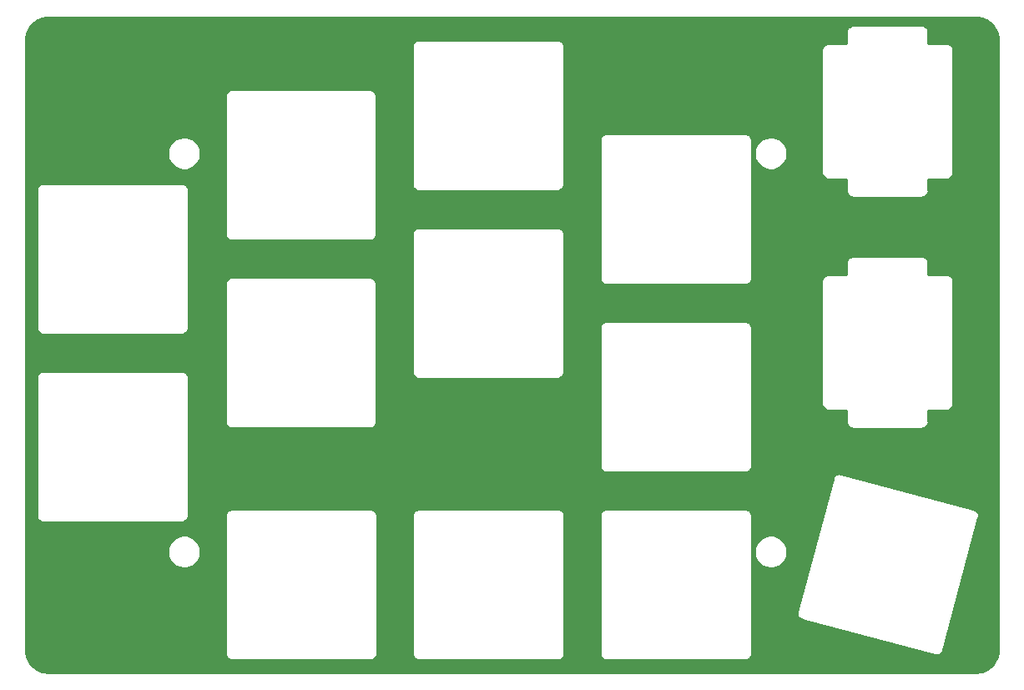
<source format=gbl>
G04 #@! TF.GenerationSoftware,KiCad,Pcbnew,(5.1.4-0-10_14)*
G04 #@! TF.CreationDate,2019-11-24T20:30:42+09:00*
G04 #@! TF.ProjectId,palette1202-COM_front,70616c65-7474-4653-9132-30322d434f4d,rev?*
G04 #@! TF.SameCoordinates,Original*
G04 #@! TF.FileFunction,Copper,L2,Bot*
G04 #@! TF.FilePolarity,Positive*
%FSLAX46Y46*%
G04 Gerber Fmt 4.6, Leading zero omitted, Abs format (unit mm)*
G04 Created by KiCad (PCBNEW (5.1.4-0-10_14)) date 2019-11-24 20:30:42*
%MOMM*%
%LPD*%
G04 APERTURE LIST*
%ADD10C,0.254000*%
G04 APERTURE END LIST*
D10*
G36*
X183457128Y-57225268D02*
G01*
X183576153Y-57234320D01*
X183693185Y-57249192D01*
X183808223Y-57269736D01*
X183921142Y-57295800D01*
X184031854Y-57327240D01*
X184140272Y-57363927D01*
X184246253Y-57405716D01*
X184349665Y-57452470D01*
X184450401Y-57504068D01*
X184548286Y-57560353D01*
X184643181Y-57621191D01*
X184734941Y-57686447D01*
X184823371Y-57755942D01*
X184908358Y-57829563D01*
X184989704Y-57907123D01*
X185067270Y-57988484D01*
X185140864Y-58073446D01*
X185210385Y-58161917D01*
X185275631Y-58253674D01*
X185336469Y-58348577D01*
X185392745Y-58446455D01*
X185444346Y-58547210D01*
X185491098Y-58650626D01*
X185532888Y-58756619D01*
X185569577Y-58865056D01*
X185601013Y-58975763D01*
X185627079Y-59088707D01*
X185647621Y-59203742D01*
X185662495Y-59320802D01*
X185671546Y-59439828D01*
X185673994Y-59536655D01*
X185671621Y-59560752D01*
X185674814Y-59593171D01*
X185674815Y-121288489D01*
X185671621Y-121320919D01*
X185673994Y-121345016D01*
X185671546Y-121441842D01*
X185662495Y-121560867D01*
X185647621Y-121677932D01*
X185627079Y-121792964D01*
X185601013Y-121905908D01*
X185569574Y-122016626D01*
X185532893Y-122125038D01*
X185491100Y-122231038D01*
X185444344Y-122334466D01*
X185392748Y-122435211D01*
X185336469Y-122533094D01*
X185275631Y-122627996D01*
X185210385Y-122719753D01*
X185140864Y-122808224D01*
X185067270Y-122893186D01*
X184989704Y-122974547D01*
X184908362Y-123052102D01*
X184823379Y-123125721D01*
X184734941Y-123195222D01*
X184643181Y-123260478D01*
X184548286Y-123321316D01*
X184450401Y-123377601D01*
X184349665Y-123429199D01*
X184246253Y-123475953D01*
X184140274Y-123517741D01*
X184031850Y-123554429D01*
X183921142Y-123585868D01*
X183808223Y-123611932D01*
X183693185Y-123632476D01*
X183576153Y-123647348D01*
X183457128Y-123656400D01*
X183327897Y-123659668D01*
X89343760Y-123659668D01*
X89214528Y-123656400D01*
X89095505Y-123647348D01*
X88978457Y-123632474D01*
X88863452Y-123611935D01*
X88750509Y-123585867D01*
X88639795Y-123554426D01*
X88531393Y-123517745D01*
X88425406Y-123475954D01*
X88321993Y-123429199D01*
X88221255Y-123377602D01*
X88123358Y-123321309D01*
X88028478Y-123260479D01*
X87936725Y-123195230D01*
X87848269Y-123125714D01*
X87763298Y-123052106D01*
X87681941Y-122974536D01*
X87604388Y-122893189D01*
X87530790Y-122808221D01*
X87461279Y-122719764D01*
X87396033Y-122628008D01*
X87335189Y-122533096D01*
X87278907Y-122435207D01*
X87227313Y-122334468D01*
X87180556Y-122231038D01*
X87138764Y-122125040D01*
X87102081Y-122016621D01*
X87070645Y-121905914D01*
X87044579Y-121792973D01*
X87024034Y-121677919D01*
X87009161Y-121560870D01*
X87000111Y-121441854D01*
X86997663Y-121345016D01*
X87000036Y-121320919D01*
X86996843Y-121288500D01*
X86996843Y-111263842D01*
X101388200Y-111263842D01*
X101388200Y-111595758D01*
X101452954Y-111921296D01*
X101579972Y-112227947D01*
X101764375Y-112503925D01*
X101999075Y-112738625D01*
X102275053Y-112923028D01*
X102581704Y-113050046D01*
X102907242Y-113114800D01*
X103239158Y-113114800D01*
X103564696Y-113050046D01*
X103871347Y-112923028D01*
X104147325Y-112738625D01*
X104382025Y-112503925D01*
X104566428Y-112227947D01*
X104693446Y-111921296D01*
X104758200Y-111595758D01*
X104758200Y-111263842D01*
X104693446Y-110938304D01*
X104566428Y-110631653D01*
X104382025Y-110355675D01*
X104147325Y-110120975D01*
X103871347Y-109936572D01*
X103564696Y-109809554D01*
X103239158Y-109744800D01*
X102907242Y-109744800D01*
X102581704Y-109809554D01*
X102275053Y-109936572D01*
X101999075Y-110120975D01*
X101764375Y-110355675D01*
X101579972Y-110631653D01*
X101452954Y-110938304D01*
X101388200Y-111263842D01*
X86996843Y-111263842D01*
X86996843Y-93753570D01*
X88086660Y-93753570D01*
X88089854Y-93785999D01*
X88089853Y-107723555D01*
X88086660Y-107755974D01*
X88099403Y-107885357D01*
X88137143Y-108009767D01*
X88198428Y-108124424D01*
X88227355Y-108159671D01*
X88280905Y-108224922D01*
X88381403Y-108307399D01*
X88496060Y-108368684D01*
X88620470Y-108406424D01*
X88749853Y-108419167D01*
X88782272Y-108415974D01*
X102817913Y-108415974D01*
X102850332Y-108419167D01*
X102882751Y-108415974D01*
X102883107Y-108415939D01*
X102979715Y-108406424D01*
X103104125Y-108368684D01*
X103218782Y-108307399D01*
X103319280Y-108224922D01*
X103401757Y-108124424D01*
X103463042Y-108009767D01*
X103500782Y-107885357D01*
X103510332Y-107788393D01*
X103510332Y-107788392D01*
X103513524Y-107755977D01*
X107263570Y-107755977D01*
X107266764Y-107788406D01*
X107266763Y-121725962D01*
X107263570Y-121758381D01*
X107276313Y-121887764D01*
X107314053Y-122012174D01*
X107375338Y-122126831D01*
X107428283Y-122191344D01*
X107457815Y-122227329D01*
X107558313Y-122309806D01*
X107672970Y-122371091D01*
X107797380Y-122408831D01*
X107926763Y-122421574D01*
X107959182Y-122418381D01*
X121941890Y-122418381D01*
X121974309Y-122421574D01*
X122006728Y-122418381D01*
X122016557Y-122417413D01*
X122103692Y-122408831D01*
X122228102Y-122371091D01*
X122342759Y-122309806D01*
X122443257Y-122227329D01*
X122525734Y-122126831D01*
X122587019Y-122012174D01*
X122624759Y-121887764D01*
X122627603Y-121858887D01*
X122637502Y-121758381D01*
X122634309Y-121725962D01*
X122634309Y-107788392D01*
X122637502Y-107755977D01*
X126235891Y-107755977D01*
X126239085Y-107788406D01*
X126239084Y-121725962D01*
X126235891Y-121758381D01*
X126248634Y-121887764D01*
X126286374Y-122012174D01*
X126347659Y-122126831D01*
X126400604Y-122191344D01*
X126430136Y-122227329D01*
X126530634Y-122309806D01*
X126645291Y-122371091D01*
X126769701Y-122408831D01*
X126899084Y-122421574D01*
X126931503Y-122418381D01*
X140967159Y-122418381D01*
X140999578Y-122421574D01*
X141031997Y-122418381D01*
X141041826Y-122417413D01*
X141128961Y-122408831D01*
X141253371Y-122371091D01*
X141368028Y-122309806D01*
X141468526Y-122227329D01*
X141551003Y-122126831D01*
X141612288Y-122012174D01*
X141650028Y-121887764D01*
X141652872Y-121858887D01*
X141662771Y-121758381D01*
X141659578Y-121725962D01*
X141659578Y-107788392D01*
X141662771Y-107755977D01*
X145236409Y-107755977D01*
X145239603Y-107788406D01*
X145239602Y-121725962D01*
X145236409Y-121758381D01*
X145249152Y-121887764D01*
X145286892Y-122012174D01*
X145348177Y-122126831D01*
X145401122Y-122191344D01*
X145430654Y-122227329D01*
X145531152Y-122309806D01*
X145645809Y-122371091D01*
X145770219Y-122408831D01*
X145899602Y-122421574D01*
X145932021Y-122418381D01*
X159967678Y-122418381D01*
X160000097Y-122421574D01*
X160032516Y-122418381D01*
X160042345Y-122417413D01*
X160129480Y-122408831D01*
X160253890Y-122371091D01*
X160368547Y-122309806D01*
X160469045Y-122227329D01*
X160551522Y-122126831D01*
X160612807Y-122012174D01*
X160650547Y-121887764D01*
X160653391Y-121858887D01*
X160663290Y-121758381D01*
X160660097Y-121725962D01*
X160660097Y-117657123D01*
X165218404Y-117657123D01*
X165222658Y-117700316D01*
X165224077Y-117743677D01*
X165224080Y-117743689D01*
X165224080Y-117743695D01*
X165229015Y-117764859D01*
X165231147Y-117786506D01*
X165243746Y-117828039D01*
X165253597Y-117870290D01*
X165253601Y-117870299D01*
X165253603Y-117870307D01*
X165262574Y-117890107D01*
X165268887Y-117910916D01*
X165289346Y-117949192D01*
X165307251Y-117988711D01*
X165307257Y-117988719D01*
X165307260Y-117988726D01*
X165319920Y-118006393D01*
X165330172Y-118025573D01*
X165357709Y-118059127D01*
X165382977Y-118094389D01*
X165382980Y-118094392D01*
X165382988Y-118094403D01*
X165398857Y-118109265D01*
X165412649Y-118126071D01*
X165446202Y-118153607D01*
X165477864Y-118183263D01*
X165477871Y-118183267D01*
X165477878Y-118183274D01*
X165496337Y-118194752D01*
X165513147Y-118208548D01*
X165551424Y-118229008D01*
X165588266Y-118251918D01*
X165588274Y-118251921D01*
X165588282Y-118251926D01*
X165608628Y-118259584D01*
X165627804Y-118269833D01*
X165669337Y-118282432D01*
X165679454Y-118286240D01*
X165679461Y-118286242D01*
X165709959Y-118297720D01*
X165731404Y-118301260D01*
X165752214Y-118307573D01*
X165763047Y-118308640D01*
X179204056Y-121910349D01*
X179234555Y-121921828D01*
X179256002Y-121925369D01*
X179276811Y-121931681D01*
X179320006Y-121935935D01*
X179362810Y-121943003D01*
X179362819Y-121943003D01*
X179362827Y-121943004D01*
X179412972Y-121941362D01*
X179416961Y-121941231D01*
X179438613Y-121941231D01*
X179449386Y-121940170D01*
X179492749Y-121938751D01*
X179492761Y-121938748D01*
X179492765Y-121938748D01*
X179513929Y-121933813D01*
X179535577Y-121931681D01*
X179577109Y-121919082D01*
X179619361Y-121909231D01*
X179619368Y-121909228D01*
X179619376Y-121909226D01*
X179639179Y-121900253D01*
X179659987Y-121893941D01*
X179698263Y-121873482D01*
X179737782Y-121855577D01*
X179737788Y-121855572D01*
X179737796Y-121855569D01*
X179755465Y-121842908D01*
X179774644Y-121832656D01*
X179808193Y-121805123D01*
X179843461Y-121779851D01*
X179843468Y-121779844D01*
X179843473Y-121779840D01*
X179858333Y-121763974D01*
X179875142Y-121750179D01*
X179902676Y-121716629D01*
X179932334Y-121684964D01*
X179932338Y-121684957D01*
X179932344Y-121684951D01*
X179943822Y-121666493D01*
X179957619Y-121649681D01*
X179978079Y-121611404D01*
X180000989Y-121574562D01*
X180000993Y-121574553D01*
X180000996Y-121574547D01*
X180008653Y-121554202D01*
X180018904Y-121535024D01*
X180031500Y-121493501D01*
X180046787Y-121452887D01*
X180050330Y-121431428D01*
X180056644Y-121410614D01*
X180057712Y-121399774D01*
X183659247Y-107958074D01*
X183670719Y-107927594D01*
X183674262Y-107906136D01*
X183680576Y-107885322D01*
X183684829Y-107842138D01*
X183691899Y-107799321D01*
X183691542Y-107788393D01*
X183691187Y-107777582D01*
X183693319Y-107755939D01*
X183689066Y-107712752D01*
X183687646Y-107669383D01*
X183682708Y-107648204D01*
X183680576Y-107626556D01*
X183667979Y-107585030D01*
X183658126Y-107542770D01*
X183658122Y-107542761D01*
X183658121Y-107542757D01*
X183649149Y-107522955D01*
X183642836Y-107502146D01*
X183622381Y-107463878D01*
X183604472Y-107424350D01*
X183591804Y-107406672D01*
X183581551Y-107387489D01*
X183554023Y-107353946D01*
X183528746Y-107318671D01*
X183512869Y-107303801D01*
X183499074Y-107286991D01*
X183465533Y-107259464D01*
X183433859Y-107229798D01*
X183415389Y-107218312D01*
X183398576Y-107204514D01*
X183360310Y-107184061D01*
X183323457Y-107161143D01*
X183323443Y-107161138D01*
X183323442Y-107161137D01*
X183311701Y-107156718D01*
X183303097Y-107153480D01*
X183283919Y-107143229D01*
X183242399Y-107130634D01*
X183232269Y-107126821D01*
X183232247Y-107126815D01*
X183201765Y-107115343D01*
X183180324Y-107111803D01*
X183159509Y-107105489D01*
X183148681Y-107104423D01*
X169707636Y-103502725D01*
X169677136Y-103491246D01*
X169606574Y-103479597D01*
X169548880Y-103470071D01*
X169548871Y-103470071D01*
X169548863Y-103470070D01*
X169480706Y-103472302D01*
X169418943Y-103474324D01*
X169418936Y-103474326D01*
X169418925Y-103474326D01*
X169353226Y-103489646D01*
X169292330Y-103503843D01*
X169292321Y-103503847D01*
X169292313Y-103503849D01*
X169222942Y-103535282D01*
X169173909Y-103557498D01*
X169173904Y-103557501D01*
X169173894Y-103557506D01*
X169095744Y-103613508D01*
X169068231Y-103633223D01*
X169068228Y-103633226D01*
X169068217Y-103633234D01*
X168979346Y-103728124D01*
X168910694Y-103838528D01*
X168883205Y-103911570D01*
X168864905Y-103960188D01*
X168859597Y-103992337D01*
X165252476Y-117454991D01*
X165241005Y-117485468D01*
X165237463Y-117506919D01*
X165231147Y-117527740D01*
X165226892Y-117570938D01*
X165219825Y-117613740D01*
X165219825Y-117613750D01*
X165219824Y-117613758D01*
X165220536Y-117635481D01*
X165218404Y-117657123D01*
X160660097Y-117657123D01*
X160660097Y-111263842D01*
X160907000Y-111263842D01*
X160907000Y-111595758D01*
X160971754Y-111921296D01*
X161098772Y-112227947D01*
X161283175Y-112503925D01*
X161517875Y-112738625D01*
X161793853Y-112923028D01*
X162100504Y-113050046D01*
X162426042Y-113114800D01*
X162757958Y-113114800D01*
X163083496Y-113050046D01*
X163390147Y-112923028D01*
X163666125Y-112738625D01*
X163900825Y-112503925D01*
X164085228Y-112227947D01*
X164212246Y-111921296D01*
X164277000Y-111595758D01*
X164277000Y-111263842D01*
X164212246Y-110938304D01*
X164085228Y-110631653D01*
X163900825Y-110355675D01*
X163666125Y-110120975D01*
X163390147Y-109936572D01*
X163083496Y-109809554D01*
X162757958Y-109744800D01*
X162426042Y-109744800D01*
X162100504Y-109809554D01*
X161793853Y-109936572D01*
X161517875Y-110120975D01*
X161283175Y-110355675D01*
X161098772Y-110631653D01*
X160971754Y-110938304D01*
X160907000Y-111263842D01*
X160660097Y-111263842D01*
X160660097Y-107788392D01*
X160663290Y-107755977D01*
X160650547Y-107626594D01*
X160612807Y-107502184D01*
X160551522Y-107387527D01*
X160469045Y-107287029D01*
X160368547Y-107204552D01*
X160253890Y-107143267D01*
X160129480Y-107105527D01*
X160032516Y-107095977D01*
X160000097Y-107092784D01*
X159967678Y-107095977D01*
X145932021Y-107095977D01*
X145899602Y-107092784D01*
X145867183Y-107095977D01*
X145770219Y-107105527D01*
X145645809Y-107143267D01*
X145531152Y-107204552D01*
X145430654Y-107287029D01*
X145348177Y-107387527D01*
X145286892Y-107502184D01*
X145249152Y-107626594D01*
X145236409Y-107755977D01*
X141662771Y-107755977D01*
X141650028Y-107626594D01*
X141612288Y-107502184D01*
X141551003Y-107387527D01*
X141468526Y-107287029D01*
X141368028Y-107204552D01*
X141253371Y-107143267D01*
X141128961Y-107105527D01*
X141031997Y-107095977D01*
X140999578Y-107092784D01*
X140967159Y-107095977D01*
X126931503Y-107095977D01*
X126899084Y-107092784D01*
X126866665Y-107095977D01*
X126769701Y-107105527D01*
X126645291Y-107143267D01*
X126530634Y-107204552D01*
X126430136Y-107287029D01*
X126347659Y-107387527D01*
X126286374Y-107502184D01*
X126248634Y-107626594D01*
X126235891Y-107755977D01*
X122637502Y-107755977D01*
X122624759Y-107626594D01*
X122587019Y-107502184D01*
X122525734Y-107387527D01*
X122443257Y-107287029D01*
X122342759Y-107204552D01*
X122228102Y-107143267D01*
X122103692Y-107105527D01*
X122006728Y-107095977D01*
X121974309Y-107092784D01*
X121941890Y-107095977D01*
X107959182Y-107095977D01*
X107926763Y-107092784D01*
X107894344Y-107095977D01*
X107797380Y-107105527D01*
X107672970Y-107143267D01*
X107558313Y-107204552D01*
X107457815Y-107287029D01*
X107375338Y-107387527D01*
X107314053Y-107502184D01*
X107276313Y-107626594D01*
X107263570Y-107755977D01*
X103513524Y-107755977D01*
X103513525Y-107755974D01*
X103510332Y-107723555D01*
X103510332Y-93785989D01*
X103513525Y-93753570D01*
X103500782Y-93624187D01*
X103463042Y-93499777D01*
X103401757Y-93385120D01*
X103319280Y-93284622D01*
X103218782Y-93202145D01*
X103104125Y-93140860D01*
X102979715Y-93103120D01*
X102882751Y-93093570D01*
X102850332Y-93090377D01*
X102817913Y-93093570D01*
X88782272Y-93093570D01*
X88749853Y-93090377D01*
X88717434Y-93093570D01*
X88620470Y-93103120D01*
X88496060Y-93140860D01*
X88381403Y-93202145D01*
X88280905Y-93284622D01*
X88198428Y-93385120D01*
X88137143Y-93499777D01*
X88099403Y-93624187D01*
X88086660Y-93753570D01*
X86996843Y-93753570D01*
X86996843Y-74702682D01*
X88086660Y-74702682D01*
X88089854Y-74735111D01*
X88089853Y-88672667D01*
X88086660Y-88705086D01*
X88099403Y-88834469D01*
X88137143Y-88958879D01*
X88198428Y-89073536D01*
X88280905Y-89174034D01*
X88381403Y-89256511D01*
X88496060Y-89317796D01*
X88620470Y-89355536D01*
X88749853Y-89368279D01*
X88782272Y-89365086D01*
X102817913Y-89365086D01*
X102850332Y-89368279D01*
X102882751Y-89365086D01*
X102979715Y-89355536D01*
X103104125Y-89317796D01*
X103218782Y-89256511D01*
X103319280Y-89174034D01*
X103401757Y-89073536D01*
X103463042Y-88958879D01*
X103500782Y-88834469D01*
X103513525Y-88705086D01*
X103510332Y-88672667D01*
X103510332Y-84228124D01*
X107214162Y-84228124D01*
X107217356Y-84260553D01*
X107217355Y-98198107D01*
X107214162Y-98230526D01*
X107226905Y-98359909D01*
X107264645Y-98484319D01*
X107325930Y-98598976D01*
X107346201Y-98623676D01*
X107408407Y-98699474D01*
X107508905Y-98781951D01*
X107623562Y-98843236D01*
X107747972Y-98880976D01*
X107877355Y-98893719D01*
X107909774Y-98890526D01*
X121892513Y-98890526D01*
X121924932Y-98893719D01*
X121957351Y-98890526D01*
X122054315Y-98880976D01*
X122178725Y-98843236D01*
X122293382Y-98781951D01*
X122393880Y-98699474D01*
X122476357Y-98598976D01*
X122537642Y-98484319D01*
X122575382Y-98359909D01*
X122588125Y-98230526D01*
X122584932Y-98198107D01*
X122584932Y-84260543D01*
X122588125Y-84228124D01*
X122575382Y-84098741D01*
X122537642Y-83974331D01*
X122476357Y-83859674D01*
X122393880Y-83759176D01*
X122293382Y-83676699D01*
X122178725Y-83615414D01*
X122054315Y-83577674D01*
X121957351Y-83568124D01*
X121924932Y-83564931D01*
X121892513Y-83568124D01*
X107909774Y-83568124D01*
X107877355Y-83564931D01*
X107844936Y-83568124D01*
X107747972Y-83577674D01*
X107623562Y-83615414D01*
X107508905Y-83676699D01*
X107408407Y-83759176D01*
X107325930Y-83859674D01*
X107264645Y-83974331D01*
X107226905Y-84098741D01*
X107214162Y-84228124D01*
X103510332Y-84228124D01*
X103510332Y-74735101D01*
X103513525Y-74702682D01*
X103500782Y-74573299D01*
X103463042Y-74448889D01*
X103401757Y-74334232D01*
X103319280Y-74233734D01*
X103218782Y-74151257D01*
X103104125Y-74089972D01*
X102979715Y-74052232D01*
X102882751Y-74042682D01*
X102850332Y-74039489D01*
X102817913Y-74042682D01*
X88782272Y-74042682D01*
X88749853Y-74039489D01*
X88717434Y-74042682D01*
X88620470Y-74052232D01*
X88496060Y-74089972D01*
X88381403Y-74151257D01*
X88280905Y-74233734D01*
X88198428Y-74334232D01*
X88137143Y-74448889D01*
X88099403Y-74573299D01*
X88086660Y-74702682D01*
X86996843Y-74702682D01*
X86996843Y-70827042D01*
X101388200Y-70827042D01*
X101388200Y-71158958D01*
X101452954Y-71484496D01*
X101579972Y-71791147D01*
X101764375Y-72067125D01*
X101999075Y-72301825D01*
X102275053Y-72486228D01*
X102581704Y-72613246D01*
X102907242Y-72678000D01*
X103239158Y-72678000D01*
X103564696Y-72613246D01*
X103871347Y-72486228D01*
X104147325Y-72301825D01*
X104382025Y-72067125D01*
X104566428Y-71791147D01*
X104693446Y-71484496D01*
X104758200Y-71158958D01*
X104758200Y-70827042D01*
X104693446Y-70501504D01*
X104566428Y-70194853D01*
X104382025Y-69918875D01*
X104147325Y-69684175D01*
X103871347Y-69499772D01*
X103564696Y-69372754D01*
X103239158Y-69308000D01*
X102907242Y-69308000D01*
X102581704Y-69372754D01*
X102275053Y-69499772D01*
X101999075Y-69684175D01*
X101764375Y-69918875D01*
X101579972Y-70194853D01*
X101452954Y-70501504D01*
X101388200Y-70827042D01*
X86996843Y-70827042D01*
X86996843Y-65177236D01*
X107214162Y-65177236D01*
X107217356Y-65209665D01*
X107217355Y-79147221D01*
X107214162Y-79179640D01*
X107226905Y-79309023D01*
X107264645Y-79433433D01*
X107325930Y-79548090D01*
X107408407Y-79648588D01*
X107508905Y-79731065D01*
X107623562Y-79792350D01*
X107747972Y-79830090D01*
X107877355Y-79842833D01*
X107909774Y-79839640D01*
X121892513Y-79839640D01*
X121924932Y-79842833D01*
X121957351Y-79839640D01*
X122054315Y-79830090D01*
X122178725Y-79792350D01*
X122293382Y-79731065D01*
X122393880Y-79648588D01*
X122476357Y-79548090D01*
X122537642Y-79433433D01*
X122575382Y-79309023D01*
X122588125Y-79179640D01*
X126186513Y-79179640D01*
X126189707Y-79212069D01*
X126189706Y-93149622D01*
X126186513Y-93182041D01*
X126199256Y-93311424D01*
X126236996Y-93435834D01*
X126298281Y-93550491D01*
X126358762Y-93624187D01*
X126380758Y-93650989D01*
X126481256Y-93733466D01*
X126595913Y-93794751D01*
X126720323Y-93832491D01*
X126849706Y-93845234D01*
X126882125Y-93842041D01*
X140917751Y-93842041D01*
X140950170Y-93845234D01*
X140982589Y-93842041D01*
X141079553Y-93832491D01*
X141203963Y-93794751D01*
X141318620Y-93733466D01*
X141419118Y-93650989D01*
X141501595Y-93550491D01*
X141562880Y-93435834D01*
X141600620Y-93311424D01*
X141613363Y-93182041D01*
X141610170Y-93149622D01*
X141610170Y-88705086D01*
X145236409Y-88705086D01*
X145239603Y-88737515D01*
X145239602Y-102675070D01*
X145236409Y-102707489D01*
X145249152Y-102836872D01*
X145286892Y-102961282D01*
X145348177Y-103075939D01*
X145430654Y-103176437D01*
X145531152Y-103258914D01*
X145645809Y-103320199D01*
X145770219Y-103357939D01*
X145899602Y-103370682D01*
X145932021Y-103367489D01*
X159967678Y-103367489D01*
X160000097Y-103370682D01*
X160032516Y-103367489D01*
X160129480Y-103357939D01*
X160253890Y-103320199D01*
X160368547Y-103258914D01*
X160469045Y-103176437D01*
X160551522Y-103075939D01*
X160612807Y-102961282D01*
X160650547Y-102836872D01*
X160663290Y-102707489D01*
X160660097Y-102675070D01*
X160660097Y-88737504D01*
X160663290Y-88705086D01*
X160650547Y-88575703D01*
X160612807Y-88451293D01*
X160551522Y-88336636D01*
X160469045Y-88236138D01*
X160368547Y-88153661D01*
X160253890Y-88092376D01*
X160129480Y-88054636D01*
X160032516Y-88045086D01*
X160000097Y-88041893D01*
X159967678Y-88045086D01*
X145932021Y-88045086D01*
X145899602Y-88041893D01*
X145867183Y-88045086D01*
X145770219Y-88054636D01*
X145645809Y-88092376D01*
X145531152Y-88153661D01*
X145430654Y-88236138D01*
X145348177Y-88336636D01*
X145286892Y-88451293D01*
X145249152Y-88575703D01*
X145236409Y-88705086D01*
X141610170Y-88705086D01*
X141610170Y-79212058D01*
X141613363Y-79179640D01*
X141600620Y-79050257D01*
X141562880Y-78925847D01*
X141501595Y-78811190D01*
X141419118Y-78710692D01*
X141318620Y-78628215D01*
X141203963Y-78566930D01*
X141079553Y-78529190D01*
X140982589Y-78519640D01*
X140950170Y-78516447D01*
X140917751Y-78519640D01*
X126882125Y-78519640D01*
X126849706Y-78516447D01*
X126817287Y-78519640D01*
X126720323Y-78529190D01*
X126595913Y-78566930D01*
X126481256Y-78628215D01*
X126380758Y-78710692D01*
X126298281Y-78811190D01*
X126236996Y-78925847D01*
X126199256Y-79050257D01*
X126186513Y-79179640D01*
X122588125Y-79179640D01*
X122584932Y-79147221D01*
X122584932Y-65209655D01*
X122588125Y-65177236D01*
X122575382Y-65047853D01*
X122537642Y-64923443D01*
X122476357Y-64808786D01*
X122393880Y-64708288D01*
X122293382Y-64625811D01*
X122178725Y-64564526D01*
X122054315Y-64526786D01*
X121957351Y-64517236D01*
X121924932Y-64514043D01*
X121892513Y-64517236D01*
X107909774Y-64517236D01*
X107877355Y-64514043D01*
X107844936Y-64517236D01*
X107747972Y-64526786D01*
X107623562Y-64564526D01*
X107508905Y-64625811D01*
X107408407Y-64708288D01*
X107325930Y-64808786D01*
X107264645Y-64923443D01*
X107226905Y-65047853D01*
X107214162Y-65177236D01*
X86996843Y-65177236D01*
X86996843Y-60128751D01*
X126186513Y-60128751D01*
X126189707Y-60161180D01*
X126189706Y-74098734D01*
X126186513Y-74131153D01*
X126199256Y-74260536D01*
X126236996Y-74384946D01*
X126298281Y-74499603D01*
X126340626Y-74551200D01*
X126380758Y-74600101D01*
X126481256Y-74682578D01*
X126595913Y-74743863D01*
X126720323Y-74781603D01*
X126849706Y-74794346D01*
X126882125Y-74791153D01*
X140917751Y-74791153D01*
X140950170Y-74794346D01*
X140982589Y-74791153D01*
X141079553Y-74781603D01*
X141203963Y-74743863D01*
X141318620Y-74682578D01*
X141419118Y-74600101D01*
X141501595Y-74499603D01*
X141562880Y-74384946D01*
X141600620Y-74260536D01*
X141613363Y-74131153D01*
X141610170Y-74098734D01*
X141610170Y-69654195D01*
X145236409Y-69654195D01*
X145239603Y-69686624D01*
X145239602Y-83624178D01*
X145236409Y-83656597D01*
X145249152Y-83785980D01*
X145286892Y-83910390D01*
X145348177Y-84025047D01*
X145408657Y-84098742D01*
X145430654Y-84125545D01*
X145531152Y-84208022D01*
X145645809Y-84269307D01*
X145770219Y-84307047D01*
X145899602Y-84319790D01*
X145932021Y-84316597D01*
X159967678Y-84316597D01*
X160000097Y-84319790D01*
X160032516Y-84316597D01*
X160129480Y-84307047D01*
X160253890Y-84269307D01*
X160368547Y-84208022D01*
X160469045Y-84125545D01*
X160551522Y-84025047D01*
X160588174Y-83956474D01*
X167736501Y-83956474D01*
X167739694Y-83988892D01*
X167739695Y-96370628D01*
X167736501Y-96403057D01*
X167749244Y-96532440D01*
X167786984Y-96656850D01*
X167848269Y-96771507D01*
X167930746Y-96872005D01*
X168031244Y-96954482D01*
X168145901Y-97015767D01*
X168270311Y-97053507D01*
X168367275Y-97063057D01*
X168399694Y-97066250D01*
X168432113Y-97063057D01*
X170251898Y-97063057D01*
X170265202Y-98226570D01*
X170262380Y-98255226D01*
X170265944Y-98291410D01*
X170265987Y-98295189D01*
X170269119Y-98323652D01*
X170275123Y-98384609D01*
X170276229Y-98388254D01*
X170276645Y-98392037D01*
X170295083Y-98450408D01*
X170312863Y-98509019D01*
X170314658Y-98512378D01*
X170315805Y-98516008D01*
X170345270Y-98569649D01*
X170374148Y-98623676D01*
X170376565Y-98626622D01*
X170378397Y-98629956D01*
X170417749Y-98676804D01*
X170456625Y-98724174D01*
X170459571Y-98726591D01*
X170462018Y-98729505D01*
X170509734Y-98767760D01*
X170557123Y-98806651D01*
X170560487Y-98808449D01*
X170563453Y-98810827D01*
X170617697Y-98839028D01*
X170671780Y-98867936D01*
X170675429Y-98869043D01*
X170678803Y-98870797D01*
X170737515Y-98887877D01*
X170796190Y-98905676D01*
X170799984Y-98906050D01*
X170803636Y-98907112D01*
X170864577Y-98912411D01*
X170893154Y-98915226D01*
X170896943Y-98915226D01*
X170933155Y-98918375D01*
X170961771Y-98915226D01*
X177892208Y-98915226D01*
X177924627Y-98918419D01*
X177957046Y-98915226D01*
X178054010Y-98905676D01*
X178178420Y-98867936D01*
X178293077Y-98806651D01*
X178393575Y-98724174D01*
X178476052Y-98623676D01*
X178537337Y-98509019D01*
X178575077Y-98384609D01*
X178587820Y-98255226D01*
X178584627Y-98222807D01*
X178584627Y-97063057D01*
X180418117Y-97063057D01*
X180450536Y-97066250D01*
X180482955Y-97063057D01*
X180579919Y-97053507D01*
X180704329Y-97015767D01*
X180818986Y-96954482D01*
X180919484Y-96872005D01*
X181001961Y-96771507D01*
X181063246Y-96656850D01*
X181100986Y-96532440D01*
X181113729Y-96403057D01*
X181110536Y-96370638D01*
X181110536Y-83988892D01*
X181113729Y-83956474D01*
X181100986Y-83827091D01*
X181063246Y-83702681D01*
X181001961Y-83588024D01*
X180919484Y-83487526D01*
X180818986Y-83405049D01*
X180704329Y-83343764D01*
X180579919Y-83306024D01*
X180482955Y-83296474D01*
X180450536Y-83293281D01*
X180418117Y-83296474D01*
X178584627Y-83296474D01*
X178584627Y-82136724D01*
X178587820Y-82104305D01*
X178575077Y-81974922D01*
X178537337Y-81850512D01*
X178476052Y-81735855D01*
X178393575Y-81635357D01*
X178293077Y-81552880D01*
X178178420Y-81491595D01*
X178054010Y-81453855D01*
X177957046Y-81444305D01*
X177924627Y-81441112D01*
X177892208Y-81444305D01*
X170957992Y-81444305D01*
X170925573Y-81441112D01*
X170893154Y-81444305D01*
X170796190Y-81453855D01*
X170671780Y-81491595D01*
X170557123Y-81552880D01*
X170456625Y-81635357D01*
X170374148Y-81735855D01*
X170312863Y-81850512D01*
X170275123Y-81974922D01*
X170262380Y-82104305D01*
X170265573Y-82136725D01*
X170265574Y-83296474D01*
X168432113Y-83296474D01*
X168399694Y-83293281D01*
X168367275Y-83296474D01*
X168270311Y-83306024D01*
X168145901Y-83343764D01*
X168031244Y-83405049D01*
X167930746Y-83487526D01*
X167848269Y-83588024D01*
X167786984Y-83702681D01*
X167749244Y-83827091D01*
X167736501Y-83956474D01*
X160588174Y-83956474D01*
X160612807Y-83910390D01*
X160650547Y-83785980D01*
X160663290Y-83656597D01*
X160660097Y-83624178D01*
X160660097Y-70827042D01*
X160907000Y-70827042D01*
X160907000Y-71158958D01*
X160971754Y-71484496D01*
X161098772Y-71791147D01*
X161283175Y-72067125D01*
X161517875Y-72301825D01*
X161793853Y-72486228D01*
X162100504Y-72613246D01*
X162426042Y-72678000D01*
X162757958Y-72678000D01*
X163083496Y-72613246D01*
X163390147Y-72486228D01*
X163666125Y-72301825D01*
X163900825Y-72067125D01*
X164085228Y-71791147D01*
X164212246Y-71484496D01*
X164277000Y-71158958D01*
X164277000Y-70827042D01*
X164212246Y-70501504D01*
X164085228Y-70194853D01*
X163900825Y-69918875D01*
X163666125Y-69684175D01*
X163390147Y-69499772D01*
X163083496Y-69372754D01*
X162757958Y-69308000D01*
X162426042Y-69308000D01*
X162100504Y-69372754D01*
X161793853Y-69499772D01*
X161517875Y-69684175D01*
X161283175Y-69918875D01*
X161098772Y-70194853D01*
X160971754Y-70501504D01*
X160907000Y-70827042D01*
X160660097Y-70827042D01*
X160660097Y-69686614D01*
X160663290Y-69654195D01*
X160650547Y-69524812D01*
X160612807Y-69400402D01*
X160551522Y-69285745D01*
X160469045Y-69185247D01*
X160368547Y-69102770D01*
X160253890Y-69041485D01*
X160129480Y-69003745D01*
X160032516Y-68994195D01*
X160000097Y-68991002D01*
X159967678Y-68994195D01*
X145932021Y-68994195D01*
X145899602Y-68991002D01*
X145867183Y-68994195D01*
X145770219Y-69003745D01*
X145645809Y-69041485D01*
X145531152Y-69102770D01*
X145430654Y-69185247D01*
X145348177Y-69285745D01*
X145286892Y-69400402D01*
X145249152Y-69524812D01*
X145236409Y-69654195D01*
X141610170Y-69654195D01*
X141610170Y-60506240D01*
X167736501Y-60506240D01*
X167739694Y-60538658D01*
X167739695Y-72923921D01*
X167736501Y-72956350D01*
X167749244Y-73085733D01*
X167786984Y-73210143D01*
X167848269Y-73324800D01*
X167930746Y-73425298D01*
X168031244Y-73507775D01*
X168145901Y-73569060D01*
X168270311Y-73606800D01*
X168367275Y-73616350D01*
X168399694Y-73619543D01*
X168432113Y-73616350D01*
X170251912Y-73616350D01*
X170265202Y-74776343D01*
X170262380Y-74804993D01*
X170265945Y-74841186D01*
X170265988Y-74844970D01*
X170269119Y-74873415D01*
X170275123Y-74934376D01*
X170276231Y-74938028D01*
X170276648Y-74941818D01*
X170295080Y-75000164D01*
X170312863Y-75058786D01*
X170314663Y-75062153D01*
X170315811Y-75065788D01*
X170345251Y-75119381D01*
X170374148Y-75173443D01*
X170376572Y-75176397D01*
X170378406Y-75179735D01*
X170417742Y-75226562D01*
X170456625Y-75273941D01*
X170459575Y-75276362D01*
X170462028Y-75279282D01*
X170509749Y-75317539D01*
X170557123Y-75356418D01*
X170560493Y-75358219D01*
X170563465Y-75360602D01*
X170617704Y-75388799D01*
X170671780Y-75417703D01*
X170675437Y-75418812D01*
X170678816Y-75420569D01*
X170737526Y-75437647D01*
X170796190Y-75455443D01*
X170799990Y-75455817D01*
X170803650Y-75456882D01*
X170864605Y-75462181D01*
X170893154Y-75464993D01*
X170896948Y-75464993D01*
X170933170Y-75468142D01*
X170961777Y-75464993D01*
X177892208Y-75464993D01*
X177924627Y-75468186D01*
X177957046Y-75464993D01*
X178054010Y-75455443D01*
X178178420Y-75417703D01*
X178293077Y-75356418D01*
X178393575Y-75273941D01*
X178476052Y-75173443D01*
X178537337Y-75058786D01*
X178575077Y-74934376D01*
X178587820Y-74804993D01*
X178584627Y-74772574D01*
X178584627Y-73616350D01*
X180418117Y-73616350D01*
X180450536Y-73619543D01*
X180482955Y-73616350D01*
X180579919Y-73606800D01*
X180704329Y-73569060D01*
X180818986Y-73507775D01*
X180919484Y-73425298D01*
X181001961Y-73324800D01*
X181063246Y-73210143D01*
X181100986Y-73085733D01*
X181113729Y-72956350D01*
X181110536Y-72923931D01*
X181110536Y-60538658D01*
X181113729Y-60506240D01*
X181100986Y-60376857D01*
X181063246Y-60252447D01*
X181001961Y-60137790D01*
X180919484Y-60037292D01*
X180818986Y-59954815D01*
X180704329Y-59893530D01*
X180579919Y-59855790D01*
X180450536Y-59843047D01*
X180418117Y-59846240D01*
X178584627Y-59846240D01*
X178584627Y-58686489D01*
X178587820Y-58654070D01*
X178575077Y-58524687D01*
X178537337Y-58400277D01*
X178476052Y-58285620D01*
X178393575Y-58185122D01*
X178293077Y-58102645D01*
X178178420Y-58041360D01*
X178054010Y-58003620D01*
X177957046Y-57994070D01*
X177924627Y-57990877D01*
X177892208Y-57994070D01*
X170957992Y-57994070D01*
X170925573Y-57990877D01*
X170893154Y-57994070D01*
X170796190Y-58003620D01*
X170671780Y-58041360D01*
X170557123Y-58102645D01*
X170456625Y-58185122D01*
X170374148Y-58285620D01*
X170312863Y-58400277D01*
X170275123Y-58524687D01*
X170262380Y-58654070D01*
X170265573Y-58686490D01*
X170265574Y-59846240D01*
X168432113Y-59846240D01*
X168399694Y-59843047D01*
X168270311Y-59855790D01*
X168145901Y-59893530D01*
X168031244Y-59954815D01*
X167930746Y-60037292D01*
X167848269Y-60137790D01*
X167786984Y-60252447D01*
X167749244Y-60376857D01*
X167736501Y-60506240D01*
X141610170Y-60506240D01*
X141610170Y-60161170D01*
X141613363Y-60128751D01*
X141600620Y-59999368D01*
X141562880Y-59874958D01*
X141501595Y-59760301D01*
X141419118Y-59659803D01*
X141318620Y-59577326D01*
X141203963Y-59516041D01*
X141079553Y-59478301D01*
X140982589Y-59468751D01*
X140950170Y-59465558D01*
X140917751Y-59468751D01*
X126882125Y-59468751D01*
X126849706Y-59465558D01*
X126817287Y-59468751D01*
X126720323Y-59478301D01*
X126595913Y-59516041D01*
X126481256Y-59577326D01*
X126380758Y-59659803D01*
X126298281Y-59760301D01*
X126236996Y-59874958D01*
X126199256Y-59999368D01*
X126186513Y-60128751D01*
X86996843Y-60128751D01*
X86996843Y-59593171D01*
X87000036Y-59560752D01*
X86997663Y-59536655D01*
X87000111Y-59439818D01*
X87009161Y-59320797D01*
X87024033Y-59203754D01*
X87044580Y-59088696D01*
X87070645Y-58975757D01*
X87102083Y-58865042D01*
X87138767Y-58756622D01*
X87180558Y-58650626D01*
X87227310Y-58547208D01*
X87278909Y-58446460D01*
X87335189Y-58348574D01*
X87396033Y-58253662D01*
X87461279Y-58161906D01*
X87530790Y-58073449D01*
X87604388Y-57988481D01*
X87681941Y-57907134D01*
X87763294Y-57829568D01*
X87848279Y-57755947D01*
X87936725Y-57686439D01*
X88028478Y-57621190D01*
X88123358Y-57560360D01*
X88221255Y-57504067D01*
X88321993Y-57452470D01*
X88425406Y-57405715D01*
X88531395Y-57363923D01*
X88639791Y-57327243D01*
X88750509Y-57295801D01*
X88863452Y-57269733D01*
X88978457Y-57249194D01*
X89095505Y-57234320D01*
X89214528Y-57225268D01*
X89343760Y-57222000D01*
X183327897Y-57222000D01*
X183457128Y-57225268D01*
X183457128Y-57225268D01*
G37*
X183457128Y-57225268D02*
X183576153Y-57234320D01*
X183693185Y-57249192D01*
X183808223Y-57269736D01*
X183921142Y-57295800D01*
X184031854Y-57327240D01*
X184140272Y-57363927D01*
X184246253Y-57405716D01*
X184349665Y-57452470D01*
X184450401Y-57504068D01*
X184548286Y-57560353D01*
X184643181Y-57621191D01*
X184734941Y-57686447D01*
X184823371Y-57755942D01*
X184908358Y-57829563D01*
X184989704Y-57907123D01*
X185067270Y-57988484D01*
X185140864Y-58073446D01*
X185210385Y-58161917D01*
X185275631Y-58253674D01*
X185336469Y-58348577D01*
X185392745Y-58446455D01*
X185444346Y-58547210D01*
X185491098Y-58650626D01*
X185532888Y-58756619D01*
X185569577Y-58865056D01*
X185601013Y-58975763D01*
X185627079Y-59088707D01*
X185647621Y-59203742D01*
X185662495Y-59320802D01*
X185671546Y-59439828D01*
X185673994Y-59536655D01*
X185671621Y-59560752D01*
X185674814Y-59593171D01*
X185674815Y-121288489D01*
X185671621Y-121320919D01*
X185673994Y-121345016D01*
X185671546Y-121441842D01*
X185662495Y-121560867D01*
X185647621Y-121677932D01*
X185627079Y-121792964D01*
X185601013Y-121905908D01*
X185569574Y-122016626D01*
X185532893Y-122125038D01*
X185491100Y-122231038D01*
X185444344Y-122334466D01*
X185392748Y-122435211D01*
X185336469Y-122533094D01*
X185275631Y-122627996D01*
X185210385Y-122719753D01*
X185140864Y-122808224D01*
X185067270Y-122893186D01*
X184989704Y-122974547D01*
X184908362Y-123052102D01*
X184823379Y-123125721D01*
X184734941Y-123195222D01*
X184643181Y-123260478D01*
X184548286Y-123321316D01*
X184450401Y-123377601D01*
X184349665Y-123429199D01*
X184246253Y-123475953D01*
X184140274Y-123517741D01*
X184031850Y-123554429D01*
X183921142Y-123585868D01*
X183808223Y-123611932D01*
X183693185Y-123632476D01*
X183576153Y-123647348D01*
X183457128Y-123656400D01*
X183327897Y-123659668D01*
X89343760Y-123659668D01*
X89214528Y-123656400D01*
X89095505Y-123647348D01*
X88978457Y-123632474D01*
X88863452Y-123611935D01*
X88750509Y-123585867D01*
X88639795Y-123554426D01*
X88531393Y-123517745D01*
X88425406Y-123475954D01*
X88321993Y-123429199D01*
X88221255Y-123377602D01*
X88123358Y-123321309D01*
X88028478Y-123260479D01*
X87936725Y-123195230D01*
X87848269Y-123125714D01*
X87763298Y-123052106D01*
X87681941Y-122974536D01*
X87604388Y-122893189D01*
X87530790Y-122808221D01*
X87461279Y-122719764D01*
X87396033Y-122628008D01*
X87335189Y-122533096D01*
X87278907Y-122435207D01*
X87227313Y-122334468D01*
X87180556Y-122231038D01*
X87138764Y-122125040D01*
X87102081Y-122016621D01*
X87070645Y-121905914D01*
X87044579Y-121792973D01*
X87024034Y-121677919D01*
X87009161Y-121560870D01*
X87000111Y-121441854D01*
X86997663Y-121345016D01*
X87000036Y-121320919D01*
X86996843Y-121288500D01*
X86996843Y-111263842D01*
X101388200Y-111263842D01*
X101388200Y-111595758D01*
X101452954Y-111921296D01*
X101579972Y-112227947D01*
X101764375Y-112503925D01*
X101999075Y-112738625D01*
X102275053Y-112923028D01*
X102581704Y-113050046D01*
X102907242Y-113114800D01*
X103239158Y-113114800D01*
X103564696Y-113050046D01*
X103871347Y-112923028D01*
X104147325Y-112738625D01*
X104382025Y-112503925D01*
X104566428Y-112227947D01*
X104693446Y-111921296D01*
X104758200Y-111595758D01*
X104758200Y-111263842D01*
X104693446Y-110938304D01*
X104566428Y-110631653D01*
X104382025Y-110355675D01*
X104147325Y-110120975D01*
X103871347Y-109936572D01*
X103564696Y-109809554D01*
X103239158Y-109744800D01*
X102907242Y-109744800D01*
X102581704Y-109809554D01*
X102275053Y-109936572D01*
X101999075Y-110120975D01*
X101764375Y-110355675D01*
X101579972Y-110631653D01*
X101452954Y-110938304D01*
X101388200Y-111263842D01*
X86996843Y-111263842D01*
X86996843Y-93753570D01*
X88086660Y-93753570D01*
X88089854Y-93785999D01*
X88089853Y-107723555D01*
X88086660Y-107755974D01*
X88099403Y-107885357D01*
X88137143Y-108009767D01*
X88198428Y-108124424D01*
X88227355Y-108159671D01*
X88280905Y-108224922D01*
X88381403Y-108307399D01*
X88496060Y-108368684D01*
X88620470Y-108406424D01*
X88749853Y-108419167D01*
X88782272Y-108415974D01*
X102817913Y-108415974D01*
X102850332Y-108419167D01*
X102882751Y-108415974D01*
X102883107Y-108415939D01*
X102979715Y-108406424D01*
X103104125Y-108368684D01*
X103218782Y-108307399D01*
X103319280Y-108224922D01*
X103401757Y-108124424D01*
X103463042Y-108009767D01*
X103500782Y-107885357D01*
X103510332Y-107788393D01*
X103510332Y-107788392D01*
X103513524Y-107755977D01*
X107263570Y-107755977D01*
X107266764Y-107788406D01*
X107266763Y-121725962D01*
X107263570Y-121758381D01*
X107276313Y-121887764D01*
X107314053Y-122012174D01*
X107375338Y-122126831D01*
X107428283Y-122191344D01*
X107457815Y-122227329D01*
X107558313Y-122309806D01*
X107672970Y-122371091D01*
X107797380Y-122408831D01*
X107926763Y-122421574D01*
X107959182Y-122418381D01*
X121941890Y-122418381D01*
X121974309Y-122421574D01*
X122006728Y-122418381D01*
X122016557Y-122417413D01*
X122103692Y-122408831D01*
X122228102Y-122371091D01*
X122342759Y-122309806D01*
X122443257Y-122227329D01*
X122525734Y-122126831D01*
X122587019Y-122012174D01*
X122624759Y-121887764D01*
X122627603Y-121858887D01*
X122637502Y-121758381D01*
X122634309Y-121725962D01*
X122634309Y-107788392D01*
X122637502Y-107755977D01*
X126235891Y-107755977D01*
X126239085Y-107788406D01*
X126239084Y-121725962D01*
X126235891Y-121758381D01*
X126248634Y-121887764D01*
X126286374Y-122012174D01*
X126347659Y-122126831D01*
X126400604Y-122191344D01*
X126430136Y-122227329D01*
X126530634Y-122309806D01*
X126645291Y-122371091D01*
X126769701Y-122408831D01*
X126899084Y-122421574D01*
X126931503Y-122418381D01*
X140967159Y-122418381D01*
X140999578Y-122421574D01*
X141031997Y-122418381D01*
X141041826Y-122417413D01*
X141128961Y-122408831D01*
X141253371Y-122371091D01*
X141368028Y-122309806D01*
X141468526Y-122227329D01*
X141551003Y-122126831D01*
X141612288Y-122012174D01*
X141650028Y-121887764D01*
X141652872Y-121858887D01*
X141662771Y-121758381D01*
X141659578Y-121725962D01*
X141659578Y-107788392D01*
X141662771Y-107755977D01*
X145236409Y-107755977D01*
X145239603Y-107788406D01*
X145239602Y-121725962D01*
X145236409Y-121758381D01*
X145249152Y-121887764D01*
X145286892Y-122012174D01*
X145348177Y-122126831D01*
X145401122Y-122191344D01*
X145430654Y-122227329D01*
X145531152Y-122309806D01*
X145645809Y-122371091D01*
X145770219Y-122408831D01*
X145899602Y-122421574D01*
X145932021Y-122418381D01*
X159967678Y-122418381D01*
X160000097Y-122421574D01*
X160032516Y-122418381D01*
X160042345Y-122417413D01*
X160129480Y-122408831D01*
X160253890Y-122371091D01*
X160368547Y-122309806D01*
X160469045Y-122227329D01*
X160551522Y-122126831D01*
X160612807Y-122012174D01*
X160650547Y-121887764D01*
X160653391Y-121858887D01*
X160663290Y-121758381D01*
X160660097Y-121725962D01*
X160660097Y-117657123D01*
X165218404Y-117657123D01*
X165222658Y-117700316D01*
X165224077Y-117743677D01*
X165224080Y-117743689D01*
X165224080Y-117743695D01*
X165229015Y-117764859D01*
X165231147Y-117786506D01*
X165243746Y-117828039D01*
X165253597Y-117870290D01*
X165253601Y-117870299D01*
X165253603Y-117870307D01*
X165262574Y-117890107D01*
X165268887Y-117910916D01*
X165289346Y-117949192D01*
X165307251Y-117988711D01*
X165307257Y-117988719D01*
X165307260Y-117988726D01*
X165319920Y-118006393D01*
X165330172Y-118025573D01*
X165357709Y-118059127D01*
X165382977Y-118094389D01*
X165382980Y-118094392D01*
X165382988Y-118094403D01*
X165398857Y-118109265D01*
X165412649Y-118126071D01*
X165446202Y-118153607D01*
X165477864Y-118183263D01*
X165477871Y-118183267D01*
X165477878Y-118183274D01*
X165496337Y-118194752D01*
X165513147Y-118208548D01*
X165551424Y-118229008D01*
X165588266Y-118251918D01*
X165588274Y-118251921D01*
X165588282Y-118251926D01*
X165608628Y-118259584D01*
X165627804Y-118269833D01*
X165669337Y-118282432D01*
X165679454Y-118286240D01*
X165679461Y-118286242D01*
X165709959Y-118297720D01*
X165731404Y-118301260D01*
X165752214Y-118307573D01*
X165763047Y-118308640D01*
X179204056Y-121910349D01*
X179234555Y-121921828D01*
X179256002Y-121925369D01*
X179276811Y-121931681D01*
X179320006Y-121935935D01*
X179362810Y-121943003D01*
X179362819Y-121943003D01*
X179362827Y-121943004D01*
X179412972Y-121941362D01*
X179416961Y-121941231D01*
X179438613Y-121941231D01*
X179449386Y-121940170D01*
X179492749Y-121938751D01*
X179492761Y-121938748D01*
X179492765Y-121938748D01*
X179513929Y-121933813D01*
X179535577Y-121931681D01*
X179577109Y-121919082D01*
X179619361Y-121909231D01*
X179619368Y-121909228D01*
X179619376Y-121909226D01*
X179639179Y-121900253D01*
X179659987Y-121893941D01*
X179698263Y-121873482D01*
X179737782Y-121855577D01*
X179737788Y-121855572D01*
X179737796Y-121855569D01*
X179755465Y-121842908D01*
X179774644Y-121832656D01*
X179808193Y-121805123D01*
X179843461Y-121779851D01*
X179843468Y-121779844D01*
X179843473Y-121779840D01*
X179858333Y-121763974D01*
X179875142Y-121750179D01*
X179902676Y-121716629D01*
X179932334Y-121684964D01*
X179932338Y-121684957D01*
X179932344Y-121684951D01*
X179943822Y-121666493D01*
X179957619Y-121649681D01*
X179978079Y-121611404D01*
X180000989Y-121574562D01*
X180000993Y-121574553D01*
X180000996Y-121574547D01*
X180008653Y-121554202D01*
X180018904Y-121535024D01*
X180031500Y-121493501D01*
X180046787Y-121452887D01*
X180050330Y-121431428D01*
X180056644Y-121410614D01*
X180057712Y-121399774D01*
X183659247Y-107958074D01*
X183670719Y-107927594D01*
X183674262Y-107906136D01*
X183680576Y-107885322D01*
X183684829Y-107842138D01*
X183691899Y-107799321D01*
X183691542Y-107788393D01*
X183691187Y-107777582D01*
X183693319Y-107755939D01*
X183689066Y-107712752D01*
X183687646Y-107669383D01*
X183682708Y-107648204D01*
X183680576Y-107626556D01*
X183667979Y-107585030D01*
X183658126Y-107542770D01*
X183658122Y-107542761D01*
X183658121Y-107542757D01*
X183649149Y-107522955D01*
X183642836Y-107502146D01*
X183622381Y-107463878D01*
X183604472Y-107424350D01*
X183591804Y-107406672D01*
X183581551Y-107387489D01*
X183554023Y-107353946D01*
X183528746Y-107318671D01*
X183512869Y-107303801D01*
X183499074Y-107286991D01*
X183465533Y-107259464D01*
X183433859Y-107229798D01*
X183415389Y-107218312D01*
X183398576Y-107204514D01*
X183360310Y-107184061D01*
X183323457Y-107161143D01*
X183323443Y-107161138D01*
X183323442Y-107161137D01*
X183311701Y-107156718D01*
X183303097Y-107153480D01*
X183283919Y-107143229D01*
X183242399Y-107130634D01*
X183232269Y-107126821D01*
X183232247Y-107126815D01*
X183201765Y-107115343D01*
X183180324Y-107111803D01*
X183159509Y-107105489D01*
X183148681Y-107104423D01*
X169707636Y-103502725D01*
X169677136Y-103491246D01*
X169606574Y-103479597D01*
X169548880Y-103470071D01*
X169548871Y-103470071D01*
X169548863Y-103470070D01*
X169480706Y-103472302D01*
X169418943Y-103474324D01*
X169418936Y-103474326D01*
X169418925Y-103474326D01*
X169353226Y-103489646D01*
X169292330Y-103503843D01*
X169292321Y-103503847D01*
X169292313Y-103503849D01*
X169222942Y-103535282D01*
X169173909Y-103557498D01*
X169173904Y-103557501D01*
X169173894Y-103557506D01*
X169095744Y-103613508D01*
X169068231Y-103633223D01*
X169068228Y-103633226D01*
X169068217Y-103633234D01*
X168979346Y-103728124D01*
X168910694Y-103838528D01*
X168883205Y-103911570D01*
X168864905Y-103960188D01*
X168859597Y-103992337D01*
X165252476Y-117454991D01*
X165241005Y-117485468D01*
X165237463Y-117506919D01*
X165231147Y-117527740D01*
X165226892Y-117570938D01*
X165219825Y-117613740D01*
X165219825Y-117613750D01*
X165219824Y-117613758D01*
X165220536Y-117635481D01*
X165218404Y-117657123D01*
X160660097Y-117657123D01*
X160660097Y-111263842D01*
X160907000Y-111263842D01*
X160907000Y-111595758D01*
X160971754Y-111921296D01*
X161098772Y-112227947D01*
X161283175Y-112503925D01*
X161517875Y-112738625D01*
X161793853Y-112923028D01*
X162100504Y-113050046D01*
X162426042Y-113114800D01*
X162757958Y-113114800D01*
X163083496Y-113050046D01*
X163390147Y-112923028D01*
X163666125Y-112738625D01*
X163900825Y-112503925D01*
X164085228Y-112227947D01*
X164212246Y-111921296D01*
X164277000Y-111595758D01*
X164277000Y-111263842D01*
X164212246Y-110938304D01*
X164085228Y-110631653D01*
X163900825Y-110355675D01*
X163666125Y-110120975D01*
X163390147Y-109936572D01*
X163083496Y-109809554D01*
X162757958Y-109744800D01*
X162426042Y-109744800D01*
X162100504Y-109809554D01*
X161793853Y-109936572D01*
X161517875Y-110120975D01*
X161283175Y-110355675D01*
X161098772Y-110631653D01*
X160971754Y-110938304D01*
X160907000Y-111263842D01*
X160660097Y-111263842D01*
X160660097Y-107788392D01*
X160663290Y-107755977D01*
X160650547Y-107626594D01*
X160612807Y-107502184D01*
X160551522Y-107387527D01*
X160469045Y-107287029D01*
X160368547Y-107204552D01*
X160253890Y-107143267D01*
X160129480Y-107105527D01*
X160032516Y-107095977D01*
X160000097Y-107092784D01*
X159967678Y-107095977D01*
X145932021Y-107095977D01*
X145899602Y-107092784D01*
X145867183Y-107095977D01*
X145770219Y-107105527D01*
X145645809Y-107143267D01*
X145531152Y-107204552D01*
X145430654Y-107287029D01*
X145348177Y-107387527D01*
X145286892Y-107502184D01*
X145249152Y-107626594D01*
X145236409Y-107755977D01*
X141662771Y-107755977D01*
X141650028Y-107626594D01*
X141612288Y-107502184D01*
X141551003Y-107387527D01*
X141468526Y-107287029D01*
X141368028Y-107204552D01*
X141253371Y-107143267D01*
X141128961Y-107105527D01*
X141031997Y-107095977D01*
X140999578Y-107092784D01*
X140967159Y-107095977D01*
X126931503Y-107095977D01*
X126899084Y-107092784D01*
X126866665Y-107095977D01*
X126769701Y-107105527D01*
X126645291Y-107143267D01*
X126530634Y-107204552D01*
X126430136Y-107287029D01*
X126347659Y-107387527D01*
X126286374Y-107502184D01*
X126248634Y-107626594D01*
X126235891Y-107755977D01*
X122637502Y-107755977D01*
X122624759Y-107626594D01*
X122587019Y-107502184D01*
X122525734Y-107387527D01*
X122443257Y-107287029D01*
X122342759Y-107204552D01*
X122228102Y-107143267D01*
X122103692Y-107105527D01*
X122006728Y-107095977D01*
X121974309Y-107092784D01*
X121941890Y-107095977D01*
X107959182Y-107095977D01*
X107926763Y-107092784D01*
X107894344Y-107095977D01*
X107797380Y-107105527D01*
X107672970Y-107143267D01*
X107558313Y-107204552D01*
X107457815Y-107287029D01*
X107375338Y-107387527D01*
X107314053Y-107502184D01*
X107276313Y-107626594D01*
X107263570Y-107755977D01*
X103513524Y-107755977D01*
X103513525Y-107755974D01*
X103510332Y-107723555D01*
X103510332Y-93785989D01*
X103513525Y-93753570D01*
X103500782Y-93624187D01*
X103463042Y-93499777D01*
X103401757Y-93385120D01*
X103319280Y-93284622D01*
X103218782Y-93202145D01*
X103104125Y-93140860D01*
X102979715Y-93103120D01*
X102882751Y-93093570D01*
X102850332Y-93090377D01*
X102817913Y-93093570D01*
X88782272Y-93093570D01*
X88749853Y-93090377D01*
X88717434Y-93093570D01*
X88620470Y-93103120D01*
X88496060Y-93140860D01*
X88381403Y-93202145D01*
X88280905Y-93284622D01*
X88198428Y-93385120D01*
X88137143Y-93499777D01*
X88099403Y-93624187D01*
X88086660Y-93753570D01*
X86996843Y-93753570D01*
X86996843Y-74702682D01*
X88086660Y-74702682D01*
X88089854Y-74735111D01*
X88089853Y-88672667D01*
X88086660Y-88705086D01*
X88099403Y-88834469D01*
X88137143Y-88958879D01*
X88198428Y-89073536D01*
X88280905Y-89174034D01*
X88381403Y-89256511D01*
X88496060Y-89317796D01*
X88620470Y-89355536D01*
X88749853Y-89368279D01*
X88782272Y-89365086D01*
X102817913Y-89365086D01*
X102850332Y-89368279D01*
X102882751Y-89365086D01*
X102979715Y-89355536D01*
X103104125Y-89317796D01*
X103218782Y-89256511D01*
X103319280Y-89174034D01*
X103401757Y-89073536D01*
X103463042Y-88958879D01*
X103500782Y-88834469D01*
X103513525Y-88705086D01*
X103510332Y-88672667D01*
X103510332Y-84228124D01*
X107214162Y-84228124D01*
X107217356Y-84260553D01*
X107217355Y-98198107D01*
X107214162Y-98230526D01*
X107226905Y-98359909D01*
X107264645Y-98484319D01*
X107325930Y-98598976D01*
X107346201Y-98623676D01*
X107408407Y-98699474D01*
X107508905Y-98781951D01*
X107623562Y-98843236D01*
X107747972Y-98880976D01*
X107877355Y-98893719D01*
X107909774Y-98890526D01*
X121892513Y-98890526D01*
X121924932Y-98893719D01*
X121957351Y-98890526D01*
X122054315Y-98880976D01*
X122178725Y-98843236D01*
X122293382Y-98781951D01*
X122393880Y-98699474D01*
X122476357Y-98598976D01*
X122537642Y-98484319D01*
X122575382Y-98359909D01*
X122588125Y-98230526D01*
X122584932Y-98198107D01*
X122584932Y-84260543D01*
X122588125Y-84228124D01*
X122575382Y-84098741D01*
X122537642Y-83974331D01*
X122476357Y-83859674D01*
X122393880Y-83759176D01*
X122293382Y-83676699D01*
X122178725Y-83615414D01*
X122054315Y-83577674D01*
X121957351Y-83568124D01*
X121924932Y-83564931D01*
X121892513Y-83568124D01*
X107909774Y-83568124D01*
X107877355Y-83564931D01*
X107844936Y-83568124D01*
X107747972Y-83577674D01*
X107623562Y-83615414D01*
X107508905Y-83676699D01*
X107408407Y-83759176D01*
X107325930Y-83859674D01*
X107264645Y-83974331D01*
X107226905Y-84098741D01*
X107214162Y-84228124D01*
X103510332Y-84228124D01*
X103510332Y-74735101D01*
X103513525Y-74702682D01*
X103500782Y-74573299D01*
X103463042Y-74448889D01*
X103401757Y-74334232D01*
X103319280Y-74233734D01*
X103218782Y-74151257D01*
X103104125Y-74089972D01*
X102979715Y-74052232D01*
X102882751Y-74042682D01*
X102850332Y-74039489D01*
X102817913Y-74042682D01*
X88782272Y-74042682D01*
X88749853Y-74039489D01*
X88717434Y-74042682D01*
X88620470Y-74052232D01*
X88496060Y-74089972D01*
X88381403Y-74151257D01*
X88280905Y-74233734D01*
X88198428Y-74334232D01*
X88137143Y-74448889D01*
X88099403Y-74573299D01*
X88086660Y-74702682D01*
X86996843Y-74702682D01*
X86996843Y-70827042D01*
X101388200Y-70827042D01*
X101388200Y-71158958D01*
X101452954Y-71484496D01*
X101579972Y-71791147D01*
X101764375Y-72067125D01*
X101999075Y-72301825D01*
X102275053Y-72486228D01*
X102581704Y-72613246D01*
X102907242Y-72678000D01*
X103239158Y-72678000D01*
X103564696Y-72613246D01*
X103871347Y-72486228D01*
X104147325Y-72301825D01*
X104382025Y-72067125D01*
X104566428Y-71791147D01*
X104693446Y-71484496D01*
X104758200Y-71158958D01*
X104758200Y-70827042D01*
X104693446Y-70501504D01*
X104566428Y-70194853D01*
X104382025Y-69918875D01*
X104147325Y-69684175D01*
X103871347Y-69499772D01*
X103564696Y-69372754D01*
X103239158Y-69308000D01*
X102907242Y-69308000D01*
X102581704Y-69372754D01*
X102275053Y-69499772D01*
X101999075Y-69684175D01*
X101764375Y-69918875D01*
X101579972Y-70194853D01*
X101452954Y-70501504D01*
X101388200Y-70827042D01*
X86996843Y-70827042D01*
X86996843Y-65177236D01*
X107214162Y-65177236D01*
X107217356Y-65209665D01*
X107217355Y-79147221D01*
X107214162Y-79179640D01*
X107226905Y-79309023D01*
X107264645Y-79433433D01*
X107325930Y-79548090D01*
X107408407Y-79648588D01*
X107508905Y-79731065D01*
X107623562Y-79792350D01*
X107747972Y-79830090D01*
X107877355Y-79842833D01*
X107909774Y-79839640D01*
X121892513Y-79839640D01*
X121924932Y-79842833D01*
X121957351Y-79839640D01*
X122054315Y-79830090D01*
X122178725Y-79792350D01*
X122293382Y-79731065D01*
X122393880Y-79648588D01*
X122476357Y-79548090D01*
X122537642Y-79433433D01*
X122575382Y-79309023D01*
X122588125Y-79179640D01*
X126186513Y-79179640D01*
X126189707Y-79212069D01*
X126189706Y-93149622D01*
X126186513Y-93182041D01*
X126199256Y-93311424D01*
X126236996Y-93435834D01*
X126298281Y-93550491D01*
X126358762Y-93624187D01*
X126380758Y-93650989D01*
X126481256Y-93733466D01*
X126595913Y-93794751D01*
X126720323Y-93832491D01*
X126849706Y-93845234D01*
X126882125Y-93842041D01*
X140917751Y-93842041D01*
X140950170Y-93845234D01*
X140982589Y-93842041D01*
X141079553Y-93832491D01*
X141203963Y-93794751D01*
X141318620Y-93733466D01*
X141419118Y-93650989D01*
X141501595Y-93550491D01*
X141562880Y-93435834D01*
X141600620Y-93311424D01*
X141613363Y-93182041D01*
X141610170Y-93149622D01*
X141610170Y-88705086D01*
X145236409Y-88705086D01*
X145239603Y-88737515D01*
X145239602Y-102675070D01*
X145236409Y-102707489D01*
X145249152Y-102836872D01*
X145286892Y-102961282D01*
X145348177Y-103075939D01*
X145430654Y-103176437D01*
X145531152Y-103258914D01*
X145645809Y-103320199D01*
X145770219Y-103357939D01*
X145899602Y-103370682D01*
X145932021Y-103367489D01*
X159967678Y-103367489D01*
X160000097Y-103370682D01*
X160032516Y-103367489D01*
X160129480Y-103357939D01*
X160253890Y-103320199D01*
X160368547Y-103258914D01*
X160469045Y-103176437D01*
X160551522Y-103075939D01*
X160612807Y-102961282D01*
X160650547Y-102836872D01*
X160663290Y-102707489D01*
X160660097Y-102675070D01*
X160660097Y-88737504D01*
X160663290Y-88705086D01*
X160650547Y-88575703D01*
X160612807Y-88451293D01*
X160551522Y-88336636D01*
X160469045Y-88236138D01*
X160368547Y-88153661D01*
X160253890Y-88092376D01*
X160129480Y-88054636D01*
X160032516Y-88045086D01*
X160000097Y-88041893D01*
X159967678Y-88045086D01*
X145932021Y-88045086D01*
X145899602Y-88041893D01*
X145867183Y-88045086D01*
X145770219Y-88054636D01*
X145645809Y-88092376D01*
X145531152Y-88153661D01*
X145430654Y-88236138D01*
X145348177Y-88336636D01*
X145286892Y-88451293D01*
X145249152Y-88575703D01*
X145236409Y-88705086D01*
X141610170Y-88705086D01*
X141610170Y-79212058D01*
X141613363Y-79179640D01*
X141600620Y-79050257D01*
X141562880Y-78925847D01*
X141501595Y-78811190D01*
X141419118Y-78710692D01*
X141318620Y-78628215D01*
X141203963Y-78566930D01*
X141079553Y-78529190D01*
X140982589Y-78519640D01*
X140950170Y-78516447D01*
X140917751Y-78519640D01*
X126882125Y-78519640D01*
X126849706Y-78516447D01*
X126817287Y-78519640D01*
X126720323Y-78529190D01*
X126595913Y-78566930D01*
X126481256Y-78628215D01*
X126380758Y-78710692D01*
X126298281Y-78811190D01*
X126236996Y-78925847D01*
X126199256Y-79050257D01*
X126186513Y-79179640D01*
X122588125Y-79179640D01*
X122584932Y-79147221D01*
X122584932Y-65209655D01*
X122588125Y-65177236D01*
X122575382Y-65047853D01*
X122537642Y-64923443D01*
X122476357Y-64808786D01*
X122393880Y-64708288D01*
X122293382Y-64625811D01*
X122178725Y-64564526D01*
X122054315Y-64526786D01*
X121957351Y-64517236D01*
X121924932Y-64514043D01*
X121892513Y-64517236D01*
X107909774Y-64517236D01*
X107877355Y-64514043D01*
X107844936Y-64517236D01*
X107747972Y-64526786D01*
X107623562Y-64564526D01*
X107508905Y-64625811D01*
X107408407Y-64708288D01*
X107325930Y-64808786D01*
X107264645Y-64923443D01*
X107226905Y-65047853D01*
X107214162Y-65177236D01*
X86996843Y-65177236D01*
X86996843Y-60128751D01*
X126186513Y-60128751D01*
X126189707Y-60161180D01*
X126189706Y-74098734D01*
X126186513Y-74131153D01*
X126199256Y-74260536D01*
X126236996Y-74384946D01*
X126298281Y-74499603D01*
X126340626Y-74551200D01*
X126380758Y-74600101D01*
X126481256Y-74682578D01*
X126595913Y-74743863D01*
X126720323Y-74781603D01*
X126849706Y-74794346D01*
X126882125Y-74791153D01*
X140917751Y-74791153D01*
X140950170Y-74794346D01*
X140982589Y-74791153D01*
X141079553Y-74781603D01*
X141203963Y-74743863D01*
X141318620Y-74682578D01*
X141419118Y-74600101D01*
X141501595Y-74499603D01*
X141562880Y-74384946D01*
X141600620Y-74260536D01*
X141613363Y-74131153D01*
X141610170Y-74098734D01*
X141610170Y-69654195D01*
X145236409Y-69654195D01*
X145239603Y-69686624D01*
X145239602Y-83624178D01*
X145236409Y-83656597D01*
X145249152Y-83785980D01*
X145286892Y-83910390D01*
X145348177Y-84025047D01*
X145408657Y-84098742D01*
X145430654Y-84125545D01*
X145531152Y-84208022D01*
X145645809Y-84269307D01*
X145770219Y-84307047D01*
X145899602Y-84319790D01*
X145932021Y-84316597D01*
X159967678Y-84316597D01*
X160000097Y-84319790D01*
X160032516Y-84316597D01*
X160129480Y-84307047D01*
X160253890Y-84269307D01*
X160368547Y-84208022D01*
X160469045Y-84125545D01*
X160551522Y-84025047D01*
X160588174Y-83956474D01*
X167736501Y-83956474D01*
X167739694Y-83988892D01*
X167739695Y-96370628D01*
X167736501Y-96403057D01*
X167749244Y-96532440D01*
X167786984Y-96656850D01*
X167848269Y-96771507D01*
X167930746Y-96872005D01*
X168031244Y-96954482D01*
X168145901Y-97015767D01*
X168270311Y-97053507D01*
X168367275Y-97063057D01*
X168399694Y-97066250D01*
X168432113Y-97063057D01*
X170251898Y-97063057D01*
X170265202Y-98226570D01*
X170262380Y-98255226D01*
X170265944Y-98291410D01*
X170265987Y-98295189D01*
X170269119Y-98323652D01*
X170275123Y-98384609D01*
X170276229Y-98388254D01*
X170276645Y-98392037D01*
X170295083Y-98450408D01*
X170312863Y-98509019D01*
X170314658Y-98512378D01*
X170315805Y-98516008D01*
X170345270Y-98569649D01*
X170374148Y-98623676D01*
X170376565Y-98626622D01*
X170378397Y-98629956D01*
X170417749Y-98676804D01*
X170456625Y-98724174D01*
X170459571Y-98726591D01*
X170462018Y-98729505D01*
X170509734Y-98767760D01*
X170557123Y-98806651D01*
X170560487Y-98808449D01*
X170563453Y-98810827D01*
X170617697Y-98839028D01*
X170671780Y-98867936D01*
X170675429Y-98869043D01*
X170678803Y-98870797D01*
X170737515Y-98887877D01*
X170796190Y-98905676D01*
X170799984Y-98906050D01*
X170803636Y-98907112D01*
X170864577Y-98912411D01*
X170893154Y-98915226D01*
X170896943Y-98915226D01*
X170933155Y-98918375D01*
X170961771Y-98915226D01*
X177892208Y-98915226D01*
X177924627Y-98918419D01*
X177957046Y-98915226D01*
X178054010Y-98905676D01*
X178178420Y-98867936D01*
X178293077Y-98806651D01*
X178393575Y-98724174D01*
X178476052Y-98623676D01*
X178537337Y-98509019D01*
X178575077Y-98384609D01*
X178587820Y-98255226D01*
X178584627Y-98222807D01*
X178584627Y-97063057D01*
X180418117Y-97063057D01*
X180450536Y-97066250D01*
X180482955Y-97063057D01*
X180579919Y-97053507D01*
X180704329Y-97015767D01*
X180818986Y-96954482D01*
X180919484Y-96872005D01*
X181001961Y-96771507D01*
X181063246Y-96656850D01*
X181100986Y-96532440D01*
X181113729Y-96403057D01*
X181110536Y-96370638D01*
X181110536Y-83988892D01*
X181113729Y-83956474D01*
X181100986Y-83827091D01*
X181063246Y-83702681D01*
X181001961Y-83588024D01*
X180919484Y-83487526D01*
X180818986Y-83405049D01*
X180704329Y-83343764D01*
X180579919Y-83306024D01*
X180482955Y-83296474D01*
X180450536Y-83293281D01*
X180418117Y-83296474D01*
X178584627Y-83296474D01*
X178584627Y-82136724D01*
X178587820Y-82104305D01*
X178575077Y-81974922D01*
X178537337Y-81850512D01*
X178476052Y-81735855D01*
X178393575Y-81635357D01*
X178293077Y-81552880D01*
X178178420Y-81491595D01*
X178054010Y-81453855D01*
X177957046Y-81444305D01*
X177924627Y-81441112D01*
X177892208Y-81444305D01*
X170957992Y-81444305D01*
X170925573Y-81441112D01*
X170893154Y-81444305D01*
X170796190Y-81453855D01*
X170671780Y-81491595D01*
X170557123Y-81552880D01*
X170456625Y-81635357D01*
X170374148Y-81735855D01*
X170312863Y-81850512D01*
X170275123Y-81974922D01*
X170262380Y-82104305D01*
X170265573Y-82136725D01*
X170265574Y-83296474D01*
X168432113Y-83296474D01*
X168399694Y-83293281D01*
X168367275Y-83296474D01*
X168270311Y-83306024D01*
X168145901Y-83343764D01*
X168031244Y-83405049D01*
X167930746Y-83487526D01*
X167848269Y-83588024D01*
X167786984Y-83702681D01*
X167749244Y-83827091D01*
X167736501Y-83956474D01*
X160588174Y-83956474D01*
X160612807Y-83910390D01*
X160650547Y-83785980D01*
X160663290Y-83656597D01*
X160660097Y-83624178D01*
X160660097Y-70827042D01*
X160907000Y-70827042D01*
X160907000Y-71158958D01*
X160971754Y-71484496D01*
X161098772Y-71791147D01*
X161283175Y-72067125D01*
X161517875Y-72301825D01*
X161793853Y-72486228D01*
X162100504Y-72613246D01*
X162426042Y-72678000D01*
X162757958Y-72678000D01*
X163083496Y-72613246D01*
X163390147Y-72486228D01*
X163666125Y-72301825D01*
X163900825Y-72067125D01*
X164085228Y-71791147D01*
X164212246Y-71484496D01*
X164277000Y-71158958D01*
X164277000Y-70827042D01*
X164212246Y-70501504D01*
X164085228Y-70194853D01*
X163900825Y-69918875D01*
X163666125Y-69684175D01*
X163390147Y-69499772D01*
X163083496Y-69372754D01*
X162757958Y-69308000D01*
X162426042Y-69308000D01*
X162100504Y-69372754D01*
X161793853Y-69499772D01*
X161517875Y-69684175D01*
X161283175Y-69918875D01*
X161098772Y-70194853D01*
X160971754Y-70501504D01*
X160907000Y-70827042D01*
X160660097Y-70827042D01*
X160660097Y-69686614D01*
X160663290Y-69654195D01*
X160650547Y-69524812D01*
X160612807Y-69400402D01*
X160551522Y-69285745D01*
X160469045Y-69185247D01*
X160368547Y-69102770D01*
X160253890Y-69041485D01*
X160129480Y-69003745D01*
X160032516Y-68994195D01*
X160000097Y-68991002D01*
X159967678Y-68994195D01*
X145932021Y-68994195D01*
X145899602Y-68991002D01*
X145867183Y-68994195D01*
X145770219Y-69003745D01*
X145645809Y-69041485D01*
X145531152Y-69102770D01*
X145430654Y-69185247D01*
X145348177Y-69285745D01*
X145286892Y-69400402D01*
X145249152Y-69524812D01*
X145236409Y-69654195D01*
X141610170Y-69654195D01*
X141610170Y-60506240D01*
X167736501Y-60506240D01*
X167739694Y-60538658D01*
X167739695Y-72923921D01*
X167736501Y-72956350D01*
X167749244Y-73085733D01*
X167786984Y-73210143D01*
X167848269Y-73324800D01*
X167930746Y-73425298D01*
X168031244Y-73507775D01*
X168145901Y-73569060D01*
X168270311Y-73606800D01*
X168367275Y-73616350D01*
X168399694Y-73619543D01*
X168432113Y-73616350D01*
X170251912Y-73616350D01*
X170265202Y-74776343D01*
X170262380Y-74804993D01*
X170265945Y-74841186D01*
X170265988Y-74844970D01*
X170269119Y-74873415D01*
X170275123Y-74934376D01*
X170276231Y-74938028D01*
X170276648Y-74941818D01*
X170295080Y-75000164D01*
X170312863Y-75058786D01*
X170314663Y-75062153D01*
X170315811Y-75065788D01*
X170345251Y-75119381D01*
X170374148Y-75173443D01*
X170376572Y-75176397D01*
X170378406Y-75179735D01*
X170417742Y-75226562D01*
X170456625Y-75273941D01*
X170459575Y-75276362D01*
X170462028Y-75279282D01*
X170509749Y-75317539D01*
X170557123Y-75356418D01*
X170560493Y-75358219D01*
X170563465Y-75360602D01*
X170617704Y-75388799D01*
X170671780Y-75417703D01*
X170675437Y-75418812D01*
X170678816Y-75420569D01*
X170737526Y-75437647D01*
X170796190Y-75455443D01*
X170799990Y-75455817D01*
X170803650Y-75456882D01*
X170864605Y-75462181D01*
X170893154Y-75464993D01*
X170896948Y-75464993D01*
X170933170Y-75468142D01*
X170961777Y-75464993D01*
X177892208Y-75464993D01*
X177924627Y-75468186D01*
X177957046Y-75464993D01*
X178054010Y-75455443D01*
X178178420Y-75417703D01*
X178293077Y-75356418D01*
X178393575Y-75273941D01*
X178476052Y-75173443D01*
X178537337Y-75058786D01*
X178575077Y-74934376D01*
X178587820Y-74804993D01*
X178584627Y-74772574D01*
X178584627Y-73616350D01*
X180418117Y-73616350D01*
X180450536Y-73619543D01*
X180482955Y-73616350D01*
X180579919Y-73606800D01*
X180704329Y-73569060D01*
X180818986Y-73507775D01*
X180919484Y-73425298D01*
X181001961Y-73324800D01*
X181063246Y-73210143D01*
X181100986Y-73085733D01*
X181113729Y-72956350D01*
X181110536Y-72923931D01*
X181110536Y-60538658D01*
X181113729Y-60506240D01*
X181100986Y-60376857D01*
X181063246Y-60252447D01*
X181001961Y-60137790D01*
X180919484Y-60037292D01*
X180818986Y-59954815D01*
X180704329Y-59893530D01*
X180579919Y-59855790D01*
X180450536Y-59843047D01*
X180418117Y-59846240D01*
X178584627Y-59846240D01*
X178584627Y-58686489D01*
X178587820Y-58654070D01*
X178575077Y-58524687D01*
X178537337Y-58400277D01*
X178476052Y-58285620D01*
X178393575Y-58185122D01*
X178293077Y-58102645D01*
X178178420Y-58041360D01*
X178054010Y-58003620D01*
X177957046Y-57994070D01*
X177924627Y-57990877D01*
X177892208Y-57994070D01*
X170957992Y-57994070D01*
X170925573Y-57990877D01*
X170893154Y-57994070D01*
X170796190Y-58003620D01*
X170671780Y-58041360D01*
X170557123Y-58102645D01*
X170456625Y-58185122D01*
X170374148Y-58285620D01*
X170312863Y-58400277D01*
X170275123Y-58524687D01*
X170262380Y-58654070D01*
X170265573Y-58686490D01*
X170265574Y-59846240D01*
X168432113Y-59846240D01*
X168399694Y-59843047D01*
X168270311Y-59855790D01*
X168145901Y-59893530D01*
X168031244Y-59954815D01*
X167930746Y-60037292D01*
X167848269Y-60137790D01*
X167786984Y-60252447D01*
X167749244Y-60376857D01*
X167736501Y-60506240D01*
X141610170Y-60506240D01*
X141610170Y-60161170D01*
X141613363Y-60128751D01*
X141600620Y-59999368D01*
X141562880Y-59874958D01*
X141501595Y-59760301D01*
X141419118Y-59659803D01*
X141318620Y-59577326D01*
X141203963Y-59516041D01*
X141079553Y-59478301D01*
X140982589Y-59468751D01*
X140950170Y-59465558D01*
X140917751Y-59468751D01*
X126882125Y-59468751D01*
X126849706Y-59465558D01*
X126817287Y-59468751D01*
X126720323Y-59478301D01*
X126595913Y-59516041D01*
X126481256Y-59577326D01*
X126380758Y-59659803D01*
X126298281Y-59760301D01*
X126236996Y-59874958D01*
X126199256Y-59999368D01*
X126186513Y-60128751D01*
X86996843Y-60128751D01*
X86996843Y-59593171D01*
X87000036Y-59560752D01*
X86997663Y-59536655D01*
X87000111Y-59439818D01*
X87009161Y-59320797D01*
X87024033Y-59203754D01*
X87044580Y-59088696D01*
X87070645Y-58975757D01*
X87102083Y-58865042D01*
X87138767Y-58756622D01*
X87180558Y-58650626D01*
X87227310Y-58547208D01*
X87278909Y-58446460D01*
X87335189Y-58348574D01*
X87396033Y-58253662D01*
X87461279Y-58161906D01*
X87530790Y-58073449D01*
X87604388Y-57988481D01*
X87681941Y-57907134D01*
X87763294Y-57829568D01*
X87848279Y-57755947D01*
X87936725Y-57686439D01*
X88028478Y-57621190D01*
X88123358Y-57560360D01*
X88221255Y-57504067D01*
X88321993Y-57452470D01*
X88425406Y-57405715D01*
X88531395Y-57363923D01*
X88639791Y-57327243D01*
X88750509Y-57295801D01*
X88863452Y-57269733D01*
X88978457Y-57249194D01*
X89095505Y-57234320D01*
X89214528Y-57225268D01*
X89343760Y-57222000D01*
X183327897Y-57222000D01*
X183457128Y-57225268D01*
M02*

</source>
